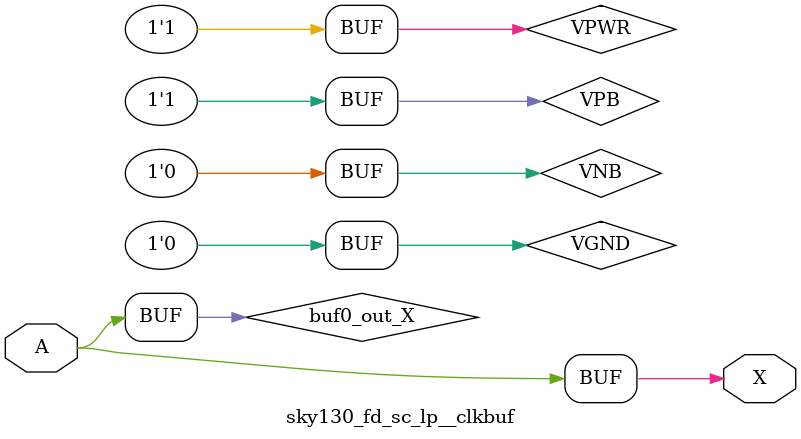
<source format=v>
/*
 * Copyright 2020 The SkyWater PDK Authors
 *
 * Licensed under the Apache License, Version 2.0 (the "License");
 * you may not use this file except in compliance with the License.
 * You may obtain a copy of the License at
 *
 *     https://www.apache.org/licenses/LICENSE-2.0
 *
 * Unless required by applicable law or agreed to in writing, software
 * distributed under the License is distributed on an "AS IS" BASIS,
 * WITHOUT WARRANTIES OR CONDITIONS OF ANY KIND, either express or implied.
 * See the License for the specific language governing permissions and
 * limitations under the License.
 *
 * SPDX-License-Identifier: Apache-2.0
*/


`ifndef SKY130_FD_SC_LP__CLKBUF_BEHAVIORAL_V
`define SKY130_FD_SC_LP__CLKBUF_BEHAVIORAL_V

/**
 * clkbuf: Clock tree buffer.
 *
 * Verilog simulation functional model.
 */

`timescale 1ns / 1ps
`default_nettype none

`celldefine
module sky130_fd_sc_lp__clkbuf (
    X,
    A
);

    // Module ports
    output X;
    input  A;

    // Module supplies
    supply1 VPWR;
    supply0 VGND;
    supply1 VPB ;
    supply0 VNB ;

    // Local signals
    wire buf0_out_X;

    //  Name  Output      Other arguments
    buf buf0 (buf0_out_X, A              );
    buf buf1 (X         , buf0_out_X     );

endmodule
`endcelldefine

`default_nettype wire
`endif  // SKY130_FD_SC_LP__CLKBUF_BEHAVIORAL_V
</source>
